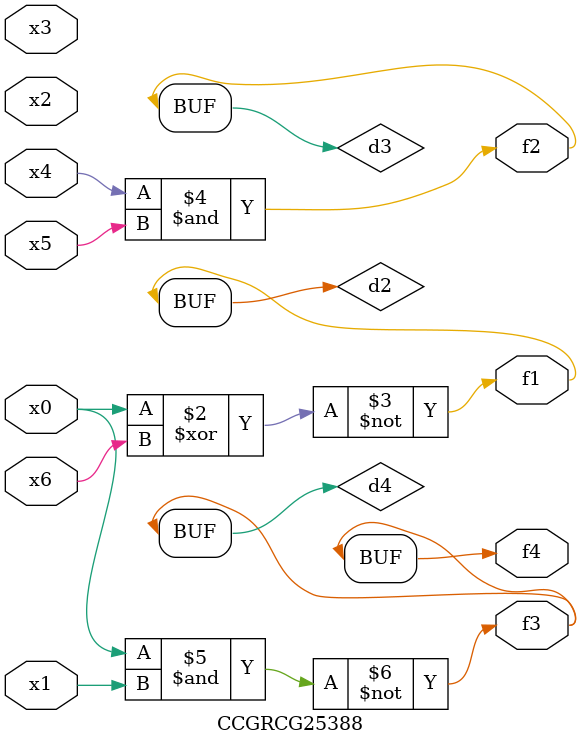
<source format=v>
module CCGRCG25388(
	input x0, x1, x2, x3, x4, x5, x6,
	output f1, f2, f3, f4
);

	wire d1, d2, d3, d4;

	nor (d1, x0);
	xnor (d2, x0, x6);
	and (d3, x4, x5);
	nand (d4, x0, x1);
	assign f1 = d2;
	assign f2 = d3;
	assign f3 = d4;
	assign f4 = d4;
endmodule

</source>
